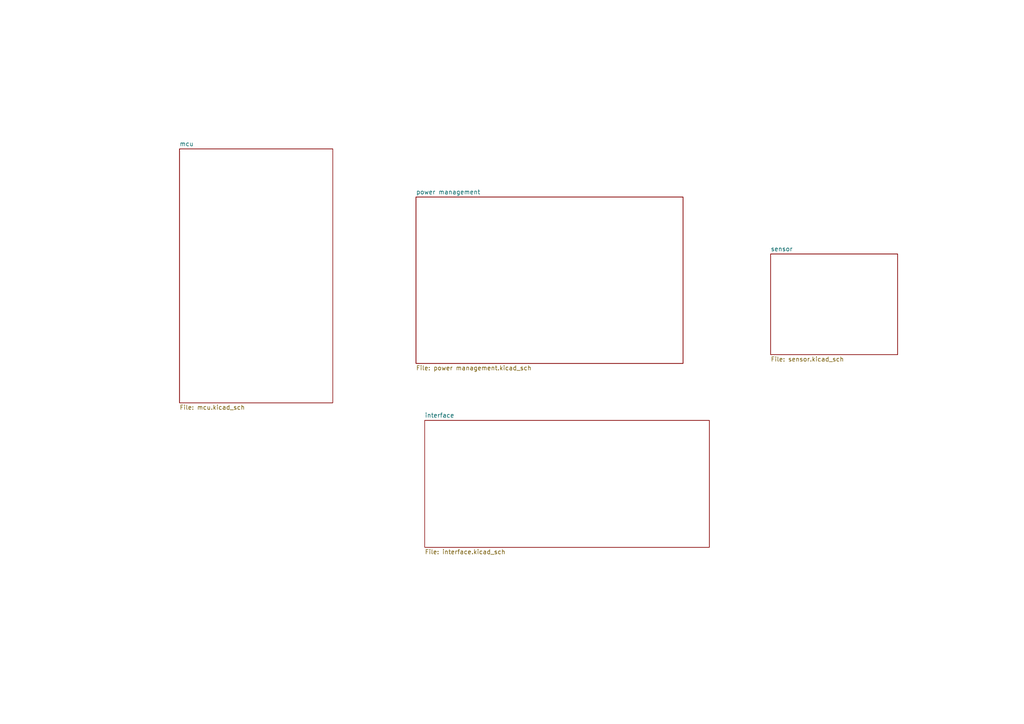
<source format=kicad_sch>
(kicad_sch (version 20230121) (generator eeschema)
  (paper "A4")
  (lib_symbols)
  (sheet (at 120.65 57.15) (size 77.47 48.26) (stroke (width 0.1524))
    (property "Sheetname" "power management" (at 120.65 56.4384 0) (effects (justify left bottom)))
    (property "Sheetfile" "power management.kicad_sch" (at 120.65 105.9946 0) (effects (justify left top)))
  )
  (sheet (at 52.07 43.18) (size 44.45 73.66) (stroke (width 0.1524))
    (property "Sheetname" "mcu" (at 52.07 42.4684 0) (effects (justify left bottom)))
    (property "Sheetfile" "mcu.kicad_sch" (at 52.07 117.4246 0) (effects (justify left top)))
  )
  (sheet (at 223.52 73.66) (size 36.83 29.21) (stroke (width 0.1524))
    (property "Sheetname" "sensor" (at 223.52 72.9484 0) (effects (justify left bottom)))
    (property "Sheetfile" "sensor.kicad_sch" (at 223.52 103.4546 0) (effects (justify left top)))
  )
  (sheet (at 123.19 121.92) (size 82.55 36.83) (stroke (width 0.1524))
    (property "Sheetname" "interface" (at 123.19 121.2084 0) (effects (justify left bottom)))
    (property "Sheetfile" "interface.kicad_sch" (at 123.19 159.3346 0) (effects (justify left top)))
  )
)
</source>
